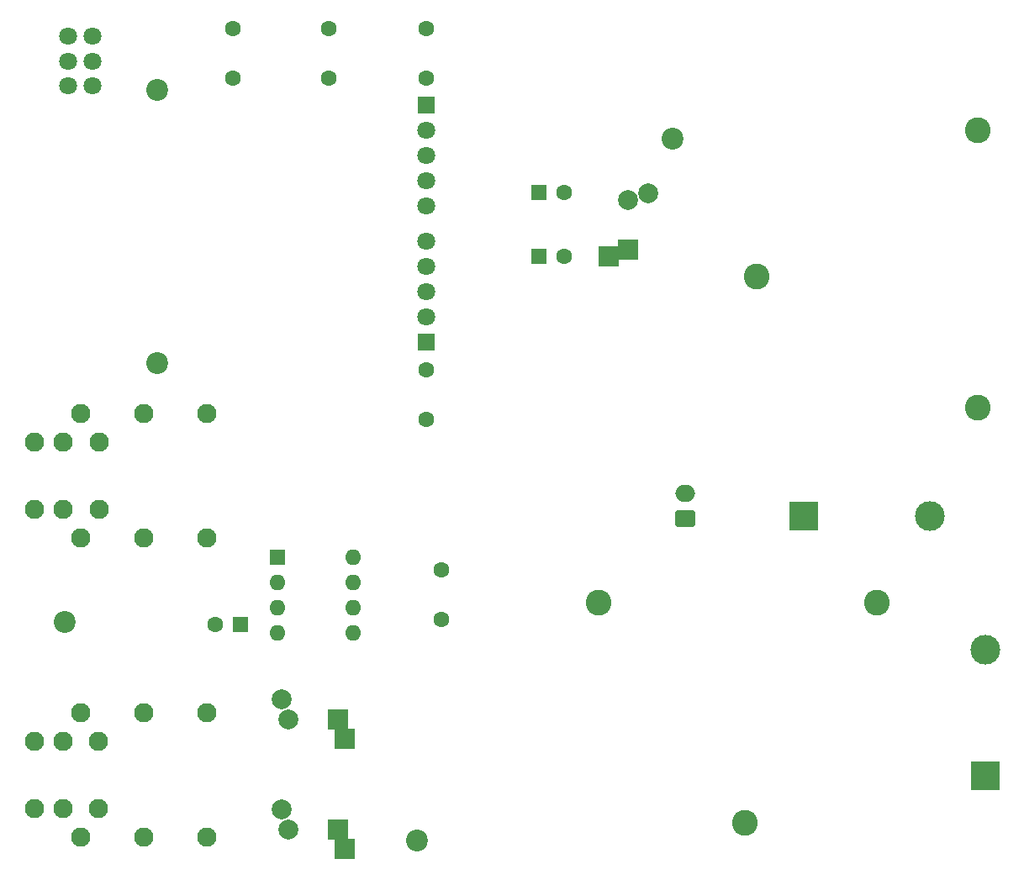
<source format=gbr>
%TF.GenerationSoftware,KiCad,Pcbnew,(6.0.0)*%
%TF.CreationDate,2022-08-03T23:17:49+01:00*%
%TF.ProjectId,Tube Headphone project V3,54756265-2048-4656-9164-70686f6e6520,rev?*%
%TF.SameCoordinates,Original*%
%TF.FileFunction,Soldermask,Bot*%
%TF.FilePolarity,Negative*%
%FSLAX46Y46*%
G04 Gerber Fmt 4.6, Leading zero omitted, Abs format (unit mm)*
G04 Created by KiCad (PCBNEW (6.0.0)) date 2022-08-03 23:17:49*
%MOMM*%
%LPD*%
G01*
G04 APERTURE LIST*
G04 Aperture macros list*
%AMRoundRect*
0 Rectangle with rounded corners*
0 $1 Rounding radius*
0 $2 $3 $4 $5 $6 $7 $8 $9 X,Y pos of 4 corners*
0 Add a 4 corners polygon primitive as box body*
4,1,4,$2,$3,$4,$5,$6,$7,$8,$9,$2,$3,0*
0 Add four circle primitives for the rounded corners*
1,1,$1+$1,$2,$3*
1,1,$1+$1,$4,$5*
1,1,$1+$1,$6,$7*
1,1,$1+$1,$8,$9*
0 Add four rect primitives between the rounded corners*
20,1,$1+$1,$2,$3,$4,$5,0*
20,1,$1+$1,$4,$5,$6,$7,0*
20,1,$1+$1,$6,$7,$8,$9,0*
20,1,$1+$1,$8,$9,$2,$3,0*%
G04 Aperture macros list end*
%ADD10C,2.200000*%
%ADD11C,2.600000*%
%ADD12R,3.000000X3.000000*%
%ADD13C,3.000000*%
%ADD14C,1.950000*%
%ADD15R,1.600000X1.600000*%
%ADD16C,1.600000*%
%ADD17O,1.600000X1.600000*%
%ADD18R,1.800000X1.800000*%
%ADD19C,1.800000*%
%ADD20R,2.000000X2.000000*%
%ADD21C,2.000000*%
%ADD22RoundRect,0.250000X0.750000X-0.600000X0.750000X0.600000X-0.750000X0.600000X-0.750000X-0.600000X0*%
%ADD23O,2.000000X1.700000*%
G04 APERTURE END LIST*
D10*
%TO.C,REF\u002A\u002A*%
X198880000Y-131080000D03*
%TD*%
%TO.C,REF\u002A\u002A*%
X224580000Y-60380000D03*
%TD*%
%TO.C,REF\u002A\u002A*%
X163390000Y-109090000D03*
%TD*%
%TO.C,REF\u002A\u002A*%
X172710000Y-82950000D03*
%TD*%
%TO.C,REF\u002A\u002A*%
X172730000Y-55460000D03*
%TD*%
D11*
%TO.C,BT1*%
X245167904Y-107122371D03*
X217167904Y-107122371D03*
X231917904Y-129322371D03*
D12*
X256067904Y-124572371D03*
D13*
X256067904Y-111872371D03*
%TD*%
D14*
%TO.C,J1*%
X171390000Y-100552670D03*
X171390000Y-88052670D03*
X163240000Y-97702670D03*
X163240000Y-90902670D03*
X165040000Y-88052670D03*
X160340000Y-90902670D03*
X165040000Y-100552670D03*
X160340000Y-97702670D03*
X166840000Y-90902670D03*
X166840000Y-97702670D03*
X177740000Y-100552670D03*
X177740000Y-88052670D03*
%TD*%
D15*
%TO.C,C13*%
X211161167Y-65810000D03*
D16*
X213661167Y-65810000D03*
%TD*%
D15*
%TO.C,U3*%
X184805000Y-102505000D03*
D17*
X184805000Y-105045000D03*
X184805000Y-107585000D03*
X184805000Y-110125000D03*
X192425000Y-110125000D03*
X192425000Y-107585000D03*
X192425000Y-105045000D03*
X192425000Y-102505000D03*
%TD*%
D18*
%TO.C,U2*%
X199775112Y-80850000D03*
D19*
X199775112Y-78310000D03*
X199775112Y-75770000D03*
X199775112Y-73230000D03*
X199775112Y-70690000D03*
%TD*%
D15*
%TO.C,C5*%
X211161167Y-72240000D03*
D16*
X213661167Y-72240000D03*
%TD*%
D19*
%TO.C,RV1*%
X163700000Y-50070000D03*
X163700000Y-52570000D03*
X163700000Y-55070000D03*
X166200000Y-50070000D03*
X166200000Y-52570000D03*
X166200000Y-55070000D03*
%TD*%
D20*
%TO.C,C10*%
X220137362Y-71530591D03*
X218137362Y-72202735D03*
D21*
X222137362Y-65858447D03*
X220137362Y-66530591D03*
%TD*%
D20*
%TO.C,C12*%
X191627689Y-131938024D03*
X190955545Y-129938024D03*
D21*
X185283401Y-127938024D03*
X185955545Y-129938024D03*
%TD*%
D20*
%TO.C,C11*%
X190955545Y-118841976D03*
X191627689Y-120841976D03*
D21*
X185955545Y-118841976D03*
X185283401Y-116841976D03*
%TD*%
D15*
%TO.C,C9*%
X181075113Y-109296335D03*
D16*
X178575113Y-109296335D03*
%TD*%
%TO.C,C17*%
X201320000Y-108805000D03*
X201320000Y-103805000D03*
%TD*%
D18*
%TO.C,U1*%
X199775112Y-57017741D03*
D19*
X199775112Y-59557741D03*
X199775112Y-62097741D03*
X199775112Y-64637741D03*
X199775112Y-67177741D03*
%TD*%
D22*
%TO.C,Power SW*%
X225880000Y-98620000D03*
D23*
X225880000Y-96120000D03*
%TD*%
D16*
%TO.C,C8*%
X199775112Y-49259315D03*
X199775112Y-54259315D03*
%TD*%
%TO.C,C7*%
X199775112Y-88630454D03*
X199775112Y-83630454D03*
%TD*%
D14*
%TO.C,J2*%
X163210000Y-127890000D03*
X163210000Y-121090000D03*
X171360000Y-130740000D03*
X171360000Y-118240000D03*
X165010000Y-130740000D03*
X160310000Y-127890000D03*
X160310000Y-121090000D03*
X165010000Y-118240000D03*
X166810000Y-121090000D03*
X177710000Y-118240000D03*
X166810000Y-127890000D03*
X177710000Y-130740000D03*
%TD*%
D16*
%TO.C,C6*%
X180300000Y-49259315D03*
X180300000Y-54259315D03*
%TD*%
D11*
%TO.C,BT2*%
X255311456Y-59490000D03*
X233111456Y-74240000D03*
X255311456Y-87490000D03*
D12*
X237861456Y-98390000D03*
D13*
X250561456Y-98390000D03*
%TD*%
D16*
%TO.C,C3*%
X190010000Y-49259315D03*
X190010000Y-54259315D03*
%TD*%
M02*

</source>
